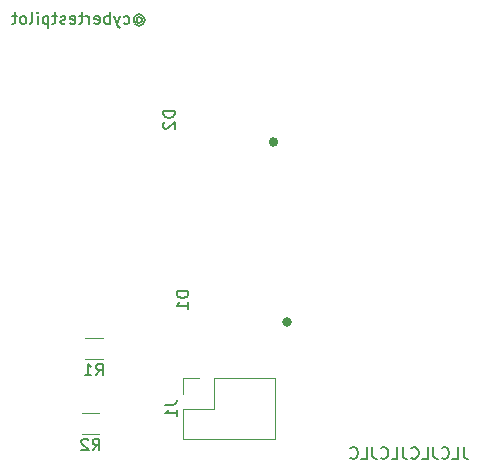
<source format=gbo>
%TF.GenerationSoftware,KiCad,Pcbnew,(5.1.12-1-10_14)*%
%TF.CreationDate,2022-04-14T08:39:32-04:00*%
%TF.ProjectId,Caution_SAO,43617574-696f-46e5-9f53-414f2e6b6963,rev?*%
%TF.SameCoordinates,Original*%
%TF.FileFunction,Legend,Bot*%
%TF.FilePolarity,Positive*%
%FSLAX46Y46*%
G04 Gerber Fmt 4.6, Leading zero omitted, Abs format (unit mm)*
G04 Created by KiCad (PCBNEW (5.1.12-1-10_14)) date 2022-04-14 08:39:32*
%MOMM*%
%LPD*%
G01*
G04 APERTURE LIST*
%ADD10C,0.150000*%
%ADD11C,0.400000*%
%ADD12C,0.120000*%
G04 APERTURE END LIST*
D10*
X111560952Y-101576190D02*
X111608571Y-101528571D01*
X111703809Y-101480952D01*
X111799047Y-101480952D01*
X111894285Y-101528571D01*
X111941904Y-101576190D01*
X111989523Y-101671428D01*
X111989523Y-101766666D01*
X111941904Y-101861904D01*
X111894285Y-101909523D01*
X111799047Y-101957142D01*
X111703809Y-101957142D01*
X111608571Y-101909523D01*
X111560952Y-101861904D01*
X111560952Y-101480952D02*
X111560952Y-101861904D01*
X111513333Y-101909523D01*
X111465714Y-101909523D01*
X111370476Y-101861904D01*
X111322857Y-101766666D01*
X111322857Y-101528571D01*
X111418095Y-101385714D01*
X111560952Y-101290476D01*
X111751428Y-101242857D01*
X111941904Y-101290476D01*
X112084761Y-101385714D01*
X112180000Y-101528571D01*
X112227619Y-101719047D01*
X112180000Y-101909523D01*
X112084761Y-102052380D01*
X111941904Y-102147619D01*
X111751428Y-102195238D01*
X111560952Y-102147619D01*
X111418095Y-102052380D01*
X110465714Y-102004761D02*
X110560952Y-102052380D01*
X110751428Y-102052380D01*
X110846666Y-102004761D01*
X110894285Y-101957142D01*
X110941904Y-101861904D01*
X110941904Y-101576190D01*
X110894285Y-101480952D01*
X110846666Y-101433333D01*
X110751428Y-101385714D01*
X110560952Y-101385714D01*
X110465714Y-101433333D01*
X110132380Y-101385714D02*
X109894285Y-102052380D01*
X109656190Y-101385714D02*
X109894285Y-102052380D01*
X109989523Y-102290476D01*
X110037142Y-102338095D01*
X110132380Y-102385714D01*
X109275238Y-102052380D02*
X109275238Y-101052380D01*
X109275238Y-101433333D02*
X109180000Y-101385714D01*
X108989523Y-101385714D01*
X108894285Y-101433333D01*
X108846666Y-101480952D01*
X108799047Y-101576190D01*
X108799047Y-101861904D01*
X108846666Y-101957142D01*
X108894285Y-102004761D01*
X108989523Y-102052380D01*
X109180000Y-102052380D01*
X109275238Y-102004761D01*
X107989523Y-102004761D02*
X108084761Y-102052380D01*
X108275238Y-102052380D01*
X108370476Y-102004761D01*
X108418095Y-101909523D01*
X108418095Y-101528571D01*
X108370476Y-101433333D01*
X108275238Y-101385714D01*
X108084761Y-101385714D01*
X107989523Y-101433333D01*
X107941904Y-101528571D01*
X107941904Y-101623809D01*
X108418095Y-101719047D01*
X107513333Y-102052380D02*
X107513333Y-101385714D01*
X107513333Y-101576190D02*
X107465714Y-101480952D01*
X107418095Y-101433333D01*
X107322857Y-101385714D01*
X107227619Y-101385714D01*
X107037142Y-101385714D02*
X106656190Y-101385714D01*
X106894285Y-101052380D02*
X106894285Y-101909523D01*
X106846666Y-102004761D01*
X106751428Y-102052380D01*
X106656190Y-102052380D01*
X105941904Y-102004761D02*
X106037142Y-102052380D01*
X106227619Y-102052380D01*
X106322857Y-102004761D01*
X106370476Y-101909523D01*
X106370476Y-101528571D01*
X106322857Y-101433333D01*
X106227619Y-101385714D01*
X106037142Y-101385714D01*
X105941904Y-101433333D01*
X105894285Y-101528571D01*
X105894285Y-101623809D01*
X106370476Y-101719047D01*
X105513333Y-102004761D02*
X105418095Y-102052380D01*
X105227619Y-102052380D01*
X105132380Y-102004761D01*
X105084761Y-101909523D01*
X105084761Y-101861904D01*
X105132380Y-101766666D01*
X105227619Y-101719047D01*
X105370476Y-101719047D01*
X105465714Y-101671428D01*
X105513333Y-101576190D01*
X105513333Y-101528571D01*
X105465714Y-101433333D01*
X105370476Y-101385714D01*
X105227619Y-101385714D01*
X105132380Y-101433333D01*
X104799047Y-101385714D02*
X104418095Y-101385714D01*
X104656190Y-101052380D02*
X104656190Y-101909523D01*
X104608571Y-102004761D01*
X104513333Y-102052380D01*
X104418095Y-102052380D01*
X104084761Y-101385714D02*
X104084761Y-102385714D01*
X104084761Y-101433333D02*
X103989523Y-101385714D01*
X103799047Y-101385714D01*
X103703809Y-101433333D01*
X103656190Y-101480952D01*
X103608571Y-101576190D01*
X103608571Y-101861904D01*
X103656190Y-101957142D01*
X103703809Y-102004761D01*
X103799047Y-102052380D01*
X103989523Y-102052380D01*
X104084761Y-102004761D01*
X103180000Y-102052380D02*
X103180000Y-101385714D01*
X103180000Y-101052380D02*
X103227619Y-101100000D01*
X103180000Y-101147619D01*
X103132380Y-101100000D01*
X103180000Y-101052380D01*
X103180000Y-101147619D01*
X102560952Y-102052380D02*
X102656190Y-102004761D01*
X102703809Y-101909523D01*
X102703809Y-101052380D01*
X102037142Y-102052380D02*
X102132380Y-102004761D01*
X102180000Y-101957142D01*
X102227619Y-101861904D01*
X102227619Y-101576190D01*
X102180000Y-101480952D01*
X102132380Y-101433333D01*
X102037142Y-101385714D01*
X101894285Y-101385714D01*
X101799047Y-101433333D01*
X101751428Y-101480952D01*
X101703809Y-101576190D01*
X101703809Y-101861904D01*
X101751428Y-101957142D01*
X101799047Y-102004761D01*
X101894285Y-102052380D01*
X102037142Y-102052380D01*
X101418095Y-101385714D02*
X101037142Y-101385714D01*
X101275238Y-101052380D02*
X101275238Y-101909523D01*
X101227619Y-102004761D01*
X101132380Y-102052380D01*
X101037142Y-102052380D01*
X139239047Y-137882380D02*
X139239047Y-138596666D01*
X139286666Y-138739523D01*
X139381904Y-138834761D01*
X139524761Y-138882380D01*
X139620000Y-138882380D01*
X138286666Y-138882380D02*
X138762857Y-138882380D01*
X138762857Y-137882380D01*
X137381904Y-138787142D02*
X137429523Y-138834761D01*
X137572380Y-138882380D01*
X137667619Y-138882380D01*
X137810476Y-138834761D01*
X137905714Y-138739523D01*
X137953333Y-138644285D01*
X138000952Y-138453809D01*
X138000952Y-138310952D01*
X137953333Y-138120476D01*
X137905714Y-138025238D01*
X137810476Y-137930000D01*
X137667619Y-137882380D01*
X137572380Y-137882380D01*
X137429523Y-137930000D01*
X137381904Y-137977619D01*
X136667619Y-137882380D02*
X136667619Y-138596666D01*
X136715238Y-138739523D01*
X136810476Y-138834761D01*
X136953333Y-138882380D01*
X137048571Y-138882380D01*
X135715238Y-138882380D02*
X136191428Y-138882380D01*
X136191428Y-137882380D01*
X134810476Y-138787142D02*
X134858095Y-138834761D01*
X135000952Y-138882380D01*
X135096190Y-138882380D01*
X135239047Y-138834761D01*
X135334285Y-138739523D01*
X135381904Y-138644285D01*
X135429523Y-138453809D01*
X135429523Y-138310952D01*
X135381904Y-138120476D01*
X135334285Y-138025238D01*
X135239047Y-137930000D01*
X135096190Y-137882380D01*
X135000952Y-137882380D01*
X134858095Y-137930000D01*
X134810476Y-137977619D01*
X134096190Y-137882380D02*
X134096190Y-138596666D01*
X134143809Y-138739523D01*
X134239047Y-138834761D01*
X134381904Y-138882380D01*
X134477142Y-138882380D01*
X133143809Y-138882380D02*
X133620000Y-138882380D01*
X133620000Y-137882380D01*
X132239047Y-138787142D02*
X132286666Y-138834761D01*
X132429523Y-138882380D01*
X132524761Y-138882380D01*
X132667619Y-138834761D01*
X132762857Y-138739523D01*
X132810476Y-138644285D01*
X132858095Y-138453809D01*
X132858095Y-138310952D01*
X132810476Y-138120476D01*
X132762857Y-138025238D01*
X132667619Y-137930000D01*
X132524761Y-137882380D01*
X132429523Y-137882380D01*
X132286666Y-137930000D01*
X132239047Y-137977619D01*
X131524761Y-137882380D02*
X131524761Y-138596666D01*
X131572380Y-138739523D01*
X131667619Y-138834761D01*
X131810476Y-138882380D01*
X131905714Y-138882380D01*
X130572380Y-138882380D02*
X131048571Y-138882380D01*
X131048571Y-137882380D01*
X129667619Y-138787142D02*
X129715238Y-138834761D01*
X129858095Y-138882380D01*
X129953333Y-138882380D01*
X130096190Y-138834761D01*
X130191428Y-138739523D01*
X130239047Y-138644285D01*
X130286666Y-138453809D01*
X130286666Y-138310952D01*
X130239047Y-138120476D01*
X130191428Y-138025238D01*
X130096190Y-137930000D01*
X129953333Y-137882380D01*
X129858095Y-137882380D01*
X129715238Y-137930000D01*
X129667619Y-137977619D01*
D11*
%TO.C,D1*%
X124488240Y-127292100D02*
G75*
G03*
X124488240Y-127292100I-200000J0D01*
G01*
%TO.C,D2*%
X123338240Y-112052100D02*
G75*
G03*
X123338240Y-112052100I-200000J0D01*
G01*
D12*
%TO.C,J1*%
X115510000Y-132020000D02*
X115510000Y-133350000D01*
X116840000Y-132020000D02*
X115510000Y-132020000D01*
X115510000Y-134620000D02*
X115510000Y-137220000D01*
X118110000Y-134620000D02*
X115510000Y-134620000D01*
X118110000Y-132020000D02*
X118110000Y-134620000D01*
X115510000Y-137220000D02*
X123250000Y-137220000D01*
X118110000Y-132020000D02*
X123250000Y-132020000D01*
X123250000Y-132020000D02*
X123250000Y-137220000D01*
%TO.C,R1*%
X107222936Y-128630000D02*
X108677064Y-128630000D01*
X107222936Y-130450000D02*
X108677064Y-130450000D01*
%TO.C,R2*%
X106942936Y-136800000D02*
X108397064Y-136800000D01*
X106942936Y-134980000D02*
X108397064Y-134980000D01*
%TO.C,D1*%
D10*
X115939520Y-124666784D02*
X114939520Y-124666784D01*
X114939520Y-124904880D01*
X114987140Y-125047737D01*
X115082378Y-125142975D01*
X115177616Y-125190594D01*
X115368092Y-125238213D01*
X115510949Y-125238213D01*
X115701425Y-125190594D01*
X115796663Y-125142975D01*
X115891901Y-125047737D01*
X115939520Y-124904880D01*
X115939520Y-124666784D01*
X115939520Y-126190594D02*
X115939520Y-125619165D01*
X115939520Y-125904880D02*
X114939520Y-125904880D01*
X115082378Y-125809641D01*
X115177616Y-125714403D01*
X115225235Y-125619165D01*
%TO.C,D2*%
X114789520Y-109426784D02*
X113789520Y-109426784D01*
X113789520Y-109664880D01*
X113837140Y-109807737D01*
X113932378Y-109902975D01*
X114027616Y-109950594D01*
X114218092Y-109998213D01*
X114360949Y-109998213D01*
X114551425Y-109950594D01*
X114646663Y-109902975D01*
X114741901Y-109807737D01*
X114789520Y-109664880D01*
X114789520Y-109426784D01*
X113884759Y-110379165D02*
X113837140Y-110426784D01*
X113789520Y-110522022D01*
X113789520Y-110760118D01*
X113837140Y-110855356D01*
X113884759Y-110902975D01*
X113979997Y-110950594D01*
X114075235Y-110950594D01*
X114218092Y-110902975D01*
X114789520Y-110331546D01*
X114789520Y-110950594D01*
%TO.C,J1*%
X113962380Y-134286666D02*
X114676666Y-134286666D01*
X114819523Y-134239047D01*
X114914761Y-134143809D01*
X114962380Y-134000952D01*
X114962380Y-133905714D01*
X114962380Y-135286666D02*
X114962380Y-134715238D01*
X114962380Y-135000952D02*
X113962380Y-135000952D01*
X114105238Y-134905714D01*
X114200476Y-134810476D01*
X114248095Y-134715238D01*
%TO.C,R1*%
X108116666Y-131812380D02*
X108450000Y-131336190D01*
X108688095Y-131812380D02*
X108688095Y-130812380D01*
X108307142Y-130812380D01*
X108211904Y-130860000D01*
X108164285Y-130907619D01*
X108116666Y-131002857D01*
X108116666Y-131145714D01*
X108164285Y-131240952D01*
X108211904Y-131288571D01*
X108307142Y-131336190D01*
X108688095Y-131336190D01*
X107164285Y-131812380D02*
X107735714Y-131812380D01*
X107450000Y-131812380D02*
X107450000Y-130812380D01*
X107545238Y-130955238D01*
X107640476Y-131050476D01*
X107735714Y-131098095D01*
%TO.C,R2*%
X107836666Y-138162380D02*
X108170000Y-137686190D01*
X108408095Y-138162380D02*
X108408095Y-137162380D01*
X108027142Y-137162380D01*
X107931904Y-137210000D01*
X107884285Y-137257619D01*
X107836666Y-137352857D01*
X107836666Y-137495714D01*
X107884285Y-137590952D01*
X107931904Y-137638571D01*
X108027142Y-137686190D01*
X108408095Y-137686190D01*
X107455714Y-137257619D02*
X107408095Y-137210000D01*
X107312857Y-137162380D01*
X107074761Y-137162380D01*
X106979523Y-137210000D01*
X106931904Y-137257619D01*
X106884285Y-137352857D01*
X106884285Y-137448095D01*
X106931904Y-137590952D01*
X107503333Y-138162380D01*
X106884285Y-138162380D01*
%TD*%
M02*

</source>
